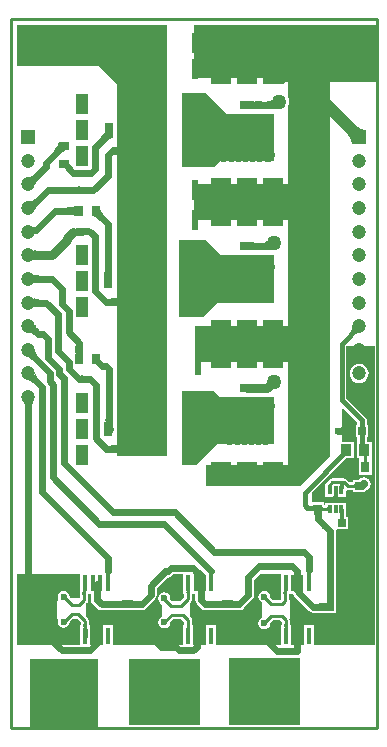
<source format=gtl>
G04*
G04 #@! TF.GenerationSoftware,Altium Limited,Altium Designer,22.10.1 (41)*
G04*
G04 Layer_Physical_Order=1*
G04 Layer_Color=255*
%FSLAX25Y25*%
%MOIN*%
G70*
G04*
G04 #@! TF.SameCoordinates,59214271-F8BB-42CD-AB19-65BC4A0A980D*
G04*
G04*
G04 #@! TF.FilePolarity,Positive*
G04*
G01*
G75*
%ADD10C,0.00984*%
%ADD13C,0.01000*%
%ADD14R,0.02559X0.02520*%
%ADD15R,0.03347X0.03937*%
%ADD16R,0.01772X0.05709*%
%ADD17R,0.02756X0.03543*%
%ADD18R,0.05158X0.02165*%
%ADD19R,0.01181X0.02756*%
G04:AMPARAMS|DCode=20|XSize=11.81mil|YSize=23.62mil|CornerRadius=4.13mil|HoleSize=0mil|Usage=FLASHONLY|Rotation=180.000|XOffset=0mil|YOffset=0mil|HoleType=Round|Shape=RoundedRectangle|*
%AMROUNDEDRECTD20*
21,1,0.01181,0.01535,0,0,180.0*
21,1,0.00354,0.02362,0,0,180.0*
1,1,0.00827,-0.00177,0.00768*
1,1,0.00827,0.00177,0.00768*
1,1,0.00827,0.00177,-0.00768*
1,1,0.00827,-0.00177,-0.00768*
%
%ADD20ROUNDEDRECTD20*%
%ADD21O,0.01181X0.02362*%
%ADD22R,0.06693X0.04331*%
%ADD23R,0.05118X0.02756*%
%ADD24R,0.03347X0.04331*%
%ADD25R,0.04331X0.06693*%
%ADD26R,0.02756X0.05118*%
%ADD27R,0.04331X0.03347*%
%ADD28R,0.02441X0.07165*%
%ADD29R,0.02520X0.02559*%
%ADD30R,0.03543X0.02756*%
%ADD53C,0.02362*%
%ADD54C,0.00591*%
%ADD55C,0.03937*%
%ADD56C,0.01500*%
%ADD57C,0.03150*%
%ADD58C,0.04724*%
%ADD59R,0.04724X0.04724*%
%ADD60C,0.02362*%
%ADD61C,0.02800*%
%ADD62C,0.05000*%
G36*
X94519Y206350D02*
X94427Y206378D01*
X94292Y206403D01*
X94115Y206425D01*
X93325Y206473D01*
X91674Y206496D01*
X91480Y208858D01*
X91746Y208865D01*
X91990Y208887D01*
X92212Y208922D01*
X92412Y208972D01*
X92589Y209035D01*
X92744Y209114D01*
X92877Y209206D01*
X92988Y209312D01*
X93076Y209433D01*
X93142Y209567D01*
X94519Y206350D01*
D02*
G37*
G36*
X87216Y209008D02*
X87287Y208977D01*
X87405Y208949D01*
X87571Y208925D01*
X88043Y208888D01*
X89555Y208858D01*
Y206496D01*
X89106Y206494D01*
X87287Y206378D01*
X87216Y206346D01*
X87193Y206311D01*
Y209043D01*
X87216Y209008D01*
D02*
G37*
G36*
X39949Y196567D02*
X39730Y196550D01*
X39500Y196500D01*
X39257Y196417D01*
X39002Y196300D01*
X38735Y196150D01*
X38456Y195966D01*
X38164Y195749D01*
X37545Y195214D01*
X37217Y194897D01*
X35546Y196567D01*
X36000Y197037D01*
X36717Y197887D01*
X36980Y198266D01*
X37180Y198616D01*
X37317Y198934D01*
X37390Y199223D01*
X37400Y199482D01*
X37346Y199710D01*
X37229Y199908D01*
X39949Y196567D01*
D02*
G37*
G36*
X120245Y201455D02*
X121289Y200565D01*
X121785Y200203D01*
X122264Y199897D01*
X122725Y199646D01*
X123170Y199451D01*
X123596Y199312D01*
X124005Y199228D01*
X124397Y199201D01*
X119697Y194500D01*
X119669Y194892D01*
X119586Y195301D01*
X119447Y195728D01*
X119252Y196172D01*
X119001Y196634D01*
X118695Y197112D01*
X118333Y197608D01*
X117915Y198122D01*
X116913Y199201D01*
X119697Y201985D01*
X120245Y201455D01*
D02*
G37*
G36*
X25203Y192532D02*
X25004Y192650D01*
X24775Y192705D01*
X24517Y192697D01*
X24227Y192625D01*
X23909Y192490D01*
X23559Y192291D01*
X23180Y192029D01*
X22771Y191703D01*
X22332Y191314D01*
X21862Y190861D01*
X20192Y192532D01*
X20509Y192860D01*
X21044Y193479D01*
X21261Y193771D01*
X21445Y194050D01*
X21595Y194317D01*
X21712Y194572D01*
X21796Y194815D01*
X21846Y195045D01*
X21862Y195264D01*
X25203Y192532D01*
D02*
G37*
G36*
X77756Y204724D02*
X93504D01*
Y188976D01*
X75787D01*
X73819Y187008D01*
X62992D01*
Y211614D01*
X70866D01*
X77756Y204724D01*
D02*
G37*
G36*
X15095Y182716D02*
X14919Y182533D01*
X14622Y182183D01*
X14502Y182016D01*
X14400Y181854D01*
X14317Y181698D01*
X14253Y181547D01*
X14208Y181401D01*
X14181Y181261D01*
X14173Y181126D01*
X11835Y183465D01*
X11970Y183473D01*
X12110Y183499D01*
X12256Y183545D01*
X12407Y183609D01*
X12563Y183692D01*
X12725Y183793D01*
X12892Y183913D01*
X13064Y184052D01*
X13425Y184386D01*
X15095Y182716D01*
D02*
G37*
G36*
X31398Y177953D02*
X28543D01*
Y180315D01*
X31398D01*
Y177953D01*
D02*
G37*
G36*
X15175Y174283D02*
X14995Y174099D01*
X14557Y173594D01*
X14444Y173442D01*
X14270Y173161D01*
X14208Y173032D01*
X14162Y172912D01*
X14134Y172800D01*
X12286Y175542D01*
X12423Y175525D01*
X12565Y175530D01*
X12712Y175556D01*
X12864Y175603D01*
X13021Y175672D01*
X13184Y175762D01*
X13352Y175873D01*
X13525Y176005D01*
X13703Y176160D01*
X13886Y176335D01*
X15175Y174283D01*
D02*
G37*
G36*
X27177Y170484D02*
X27154Y170594D01*
X27083Y170693D01*
X26965Y170780D01*
X26799Y170855D01*
X26587Y170918D01*
X26327Y170970D01*
X26020Y171011D01*
X25264Y171057D01*
X24815Y171063D01*
Y173425D01*
X25264Y173431D01*
X26327Y173518D01*
X26587Y173570D01*
X26799Y173634D01*
X26965Y173709D01*
X27083Y173795D01*
X27154Y173894D01*
X27177Y174004D01*
Y170484D01*
D02*
G37*
G36*
X35696Y173626D02*
X35641Y173397D01*
X35649Y173138D01*
X35721Y172850D01*
X35857Y172530D01*
X36055Y172181D01*
X36318Y171802D01*
X36643Y171393D01*
X37032Y170954D01*
X37485Y170484D01*
X35815Y168814D01*
X35487Y169132D01*
X34867Y169666D01*
X34576Y169883D01*
X34297Y170067D01*
X34029Y170217D01*
X33775Y170334D01*
X33532Y170418D01*
X33301Y170468D01*
X33083Y170484D01*
X35815Y173825D01*
X35696Y173626D01*
D02*
G37*
G36*
X27568Y166593D02*
X27644Y166581D01*
X27758Y166570D01*
X28596Y166542D01*
X29626Y166535D01*
X32480D01*
Y164173D01*
X29626D01*
X27530Y164103D01*
Y166606D01*
X27568Y166593D01*
D02*
G37*
G36*
X92550Y159106D02*
X92469Y159134D01*
X92366Y159159D01*
X92241Y159181D01*
X91925Y159216D01*
X91522Y159239D01*
X90754Y159252D01*
X89555Y161532D01*
Y159252D01*
X89106Y159250D01*
X87287Y159134D01*
X87216Y159102D01*
X87193Y159067D01*
Y161799D01*
X87216Y161764D01*
X87287Y161732D01*
X87405Y161705D01*
X87571Y161681D01*
X88043Y161644D01*
X89530Y161615D01*
X89778Y161621D01*
X90022Y161643D01*
X90244Y161678D01*
X90443Y161728D01*
X90620Y161791D01*
X90776Y161869D01*
X90908Y161961D01*
X91019Y162068D01*
X91108Y162188D01*
X91174Y162323D01*
X92550Y159106D01*
D02*
G37*
G36*
X13527Y159119D02*
X13582Y159106D01*
X13665Y159094D01*
X13909Y159075D01*
X14720Y159056D01*
X14989Y159055D01*
Y155905D01*
X13498Y155827D01*
Y159134D01*
X13527Y159119D01*
D02*
G37*
G36*
X39569Y153279D02*
X39685Y151460D01*
X39717Y151390D01*
X39752Y151366D01*
X37020D01*
X37055Y151390D01*
X37086Y151460D01*
X37114Y151578D01*
X37138Y151744D01*
X37175Y152216D01*
X37205Y153728D01*
X39567D01*
X39569Y153279D01*
D02*
G37*
G36*
X13599Y151170D02*
X13717Y151090D01*
X13852Y151019D01*
X14004Y150958D01*
X14174Y150906D01*
X14360Y150863D01*
X14563Y150830D01*
X14783Y150806D01*
X15274Y150787D01*
Y148425D01*
X15020Y148421D01*
X14563Y148383D01*
X14360Y148350D01*
X14174Y148307D01*
X14004Y148255D01*
X13852Y148194D01*
X13717Y148123D01*
X13599Y148043D01*
X13498Y147953D01*
Y151260D01*
X13599Y151170D01*
D02*
G37*
G36*
Y143296D02*
X13717Y143216D01*
X13852Y143145D01*
X14004Y143084D01*
X14174Y143032D01*
X14360Y142989D01*
X14563Y142956D01*
X14783Y142932D01*
X15274Y142913D01*
Y140551D01*
X15020Y140547D01*
X14563Y140509D01*
X14360Y140476D01*
X14174Y140433D01*
X14004Y140381D01*
X13852Y140320D01*
X13717Y140249D01*
X13599Y140168D01*
X13498Y140079D01*
Y143386D01*
X13599Y143296D01*
D02*
G37*
G36*
X75787Y157480D02*
X93504D01*
Y141732D01*
X74803D01*
X69882Y136811D01*
X62008D01*
Y162402D01*
X70866D01*
X75787Y157480D01*
D02*
G37*
G36*
X14162Y134175D02*
X14208Y134054D01*
X14270Y133926D01*
X14349Y133790D01*
X14444Y133645D01*
X14686Y133333D01*
X14832Y133164D01*
X15175Y132804D01*
X13886Y130752D01*
X13703Y130927D01*
X13352Y131214D01*
X13184Y131325D01*
X13021Y131415D01*
X12864Y131484D01*
X12712Y131531D01*
X12565Y131557D01*
X12423Y131561D01*
X12286Y131544D01*
X14134Y134287D01*
X14162Y134175D01*
D02*
G37*
G36*
X122024Y131496D02*
X121776Y131491D01*
X121537Y131470D01*
X121309Y131434D01*
X121091Y131381D01*
X120883Y131314D01*
X120685Y131231D01*
X120496Y131132D01*
X120318Y131017D01*
X120150Y130887D01*
X119992Y130742D01*
X118931Y131802D01*
X119076Y131961D01*
X119206Y132129D01*
X119321Y132308D01*
X119420Y132496D01*
X119503Y132694D01*
X119571Y132902D01*
X119623Y133120D01*
X119659Y133349D01*
X119680Y133587D01*
X119685Y133835D01*
X122024Y131496D01*
D02*
G37*
G36*
X29726Y126705D02*
X29843Y124886D01*
X29874Y124815D01*
X29909Y124791D01*
X27177D01*
X27213Y124815D01*
X27244Y124886D01*
X27272Y125004D01*
X27296Y125169D01*
X27333Y125642D01*
X27362Y127153D01*
X29724D01*
X29726Y126705D01*
D02*
G37*
G36*
X14129Y125458D02*
X14138Y125315D01*
X14167Y125167D01*
X14218Y125014D01*
X14289Y124857D01*
X14381Y124694D01*
X14494Y124526D01*
X14627Y124353D01*
X14782Y124174D01*
X14957Y123991D01*
X12982Y122626D01*
X12798Y122805D01*
X12290Y123239D01*
X12135Y123349D01*
X11987Y123443D01*
X11847Y123520D01*
X11714Y123579D01*
X11588Y123622D01*
X11469Y123647D01*
X14141Y125595D01*
X14129Y125458D01*
D02*
G37*
G36*
X32480Y114961D02*
X29626D01*
Y117323D01*
X32480D01*
Y114961D01*
D02*
G37*
G36*
X14181Y117952D02*
X14208Y117811D01*
X14253Y117666D01*
X14317Y117515D01*
X14400Y117358D01*
X14502Y117197D01*
X14622Y117030D01*
X14761Y116857D01*
X15095Y116497D01*
X13425Y114826D01*
X13242Y115003D01*
X12892Y115299D01*
X12725Y115419D01*
X12563Y115521D01*
X12407Y115604D01*
X12256Y115668D01*
X12110Y115713D01*
X11970Y115740D01*
X11835Y115748D01*
X14173Y118087D01*
X14181Y117952D01*
D02*
G37*
G36*
X13375Y108448D02*
X13295Y108330D01*
X13224Y108195D01*
X13162Y108043D01*
X13110Y107874D01*
X13068Y107688D01*
X13035Y107484D01*
X13011Y107264D01*
X12992Y106773D01*
X10630D01*
X10625Y107027D01*
X10587Y107484D01*
X10554Y107688D01*
X10512Y107874D01*
X10460Y108043D01*
X10398Y108195D01*
X10328Y108330D01*
X10247Y108448D01*
X10158Y108549D01*
X13465D01*
X13375Y108448D01*
D02*
G37*
G36*
X39752Y102252D02*
X37020D01*
X37133Y102275D01*
X37234Y102346D01*
X37323Y102464D01*
X37400Y102630D01*
X37466Y102842D01*
X37519Y103102D01*
X37561Y103409D01*
X37608Y104165D01*
X37614Y104614D01*
X39976D01*
X39752Y102252D01*
D02*
G37*
G36*
X58071Y90551D02*
X41339D01*
Y91566D01*
X41154Y91612D01*
X40894Y91655D01*
X40587Y91689D01*
X39831Y91728D01*
X39382Y91732D01*
Y94095D01*
X39831Y94099D01*
X40894Y94171D01*
X41154Y94214D01*
X41339Y94260D01*
Y140681D01*
X41154Y140726D01*
X40894Y140770D01*
X40587Y140803D01*
X39831Y140842D01*
X39382Y140847D01*
Y143209D01*
X39831Y143213D01*
X40894Y143286D01*
X41154Y143329D01*
X41339Y143375D01*
Y191024D01*
X41091Y191065D01*
X40784Y191098D01*
X40028Y191137D01*
X39579Y191142D01*
Y193504D01*
X40028Y193509D01*
X41091Y193581D01*
X41339Y193622D01*
Y214567D01*
X35433Y220472D01*
X7874D01*
Y234252D01*
X58071D01*
Y90551D01*
D02*
G37*
G36*
X125005Y90664D02*
X124921Y90634D01*
X124847Y90584D01*
X124784Y90514D01*
X124729Y90425D01*
X124685Y90315D01*
X124651Y90185D01*
X124626Y90036D01*
X124611Y89867D01*
X124606Y89677D01*
X123622D01*
X123617Y89867D01*
X123602Y90036D01*
X123578Y90185D01*
X123543Y90315D01*
X123499Y90425D01*
X123445Y90514D01*
X123381Y90584D01*
X123307Y90634D01*
X123223Y90664D01*
X123130Y90674D01*
X125098D01*
X125005Y90664D01*
D02*
G37*
G36*
X124611Y89366D02*
X124626Y89196D01*
X124651Y89047D01*
X124685Y88917D01*
X124729Y88808D01*
X124784Y88718D01*
X124847Y88648D01*
X124921Y88599D01*
X125005Y88569D01*
X125098Y88559D01*
X123130D01*
X123223Y88569D01*
X123307Y88599D01*
X123381Y88648D01*
X123445Y88718D01*
X123499Y88808D01*
X123543Y88917D01*
X123578Y89047D01*
X123602Y89196D01*
X123617Y89366D01*
X123622Y89555D01*
X124606D01*
X124611Y89366D01*
D02*
G37*
G36*
X75787Y110236D02*
X93504D01*
Y94488D01*
X74803D01*
X67913Y87598D01*
X62992D01*
Y112205D01*
X73819D01*
X75787Y110236D01*
D02*
G37*
G36*
X127165Y27559D02*
X106890D01*
Y34252D01*
X103543D01*
Y27559D01*
X99213D01*
Y33435D01*
X99216Y33453D01*
X99213Y33470D01*
Y34252D01*
X98844D01*
Y35925D01*
X98812Y36087D01*
X98888Y36138D01*
X99062Y36399D01*
X99123Y36706D01*
Y41858D01*
X99062Y42165D01*
X98888Y42426D01*
X98647Y42586D01*
Y44488D01*
X99918D01*
X100359Y44047D01*
X100648Y43615D01*
X105327Y38935D01*
X105978Y38500D01*
X106746Y38347D01*
X110158D01*
Y38287D01*
X110940D01*
X110957Y38284D01*
X110974Y38287D01*
X114252D01*
Y42421D01*
X114212D01*
Y65650D01*
X114190Y65760D01*
X114600Y66260D01*
X118307D01*
Y70354D01*
X117889D01*
X117520Y70669D01*
Y71451D01*
X117523Y71469D01*
X117520Y71486D01*
Y75000D01*
X110827D01*
Y74139D01*
X110315D01*
Y75098D01*
X107037D01*
X107020Y75102D01*
X107003Y75098D01*
X106299D01*
Y78590D01*
X117571Y89862D01*
X120276D01*
Y95374D01*
X116240D01*
Y97757D01*
X115858Y97756D01*
Y100118D01*
X116240Y100119D01*
Y106382D01*
X116702Y106573D01*
X121399Y101876D01*
Y101063D01*
X120965D01*
Y96969D01*
X121464D01*
Y95374D01*
X121260D01*
Y89862D01*
X121930D01*
X121949Y89370D01*
X121949D01*
Y84252D01*
X126279D01*
Y89370D01*
X126200D01*
X126181Y89862D01*
X126181D01*
Y95374D01*
X124599D01*
Y96969D01*
X125098D01*
Y101063D01*
X124534D01*
Y102526D01*
X124415Y103126D01*
X124075Y103634D01*
X117808Y109901D01*
Y127165D01*
X127165D01*
Y27559D01*
D02*
G37*
G36*
X127953Y233858D02*
Y215354D01*
X112205D01*
Y90551D01*
X102362Y80709D01*
X70866Y80709D01*
X70866Y87598D01*
X98425Y87598D01*
X98425Y122047D01*
X67323D01*
Y133465D01*
X67421Y133858D01*
X98425D01*
X98425Y169291D01*
X66929D01*
Y181102D01*
X98425D01*
X98425Y207200D01*
X98675Y207803D01*
X98788Y208661D01*
X98675Y209520D01*
X98425Y210123D01*
Y215331D01*
X97799Y215267D01*
X97492Y215199D01*
X97232Y215111D01*
X97019Y215004D01*
X96854Y214878D01*
X96736Y214732D01*
X96665Y214567D01*
X96641Y214382D01*
Y216535D01*
X66929D01*
X66929Y234252D01*
X127559D01*
X127953Y233858D01*
D02*
G37*
G36*
X111626Y71850D02*
X111616Y71944D01*
X111587Y72028D01*
X111538Y72101D01*
X111469Y72165D01*
X111380Y72220D01*
X111272Y72264D01*
X111144Y72298D01*
X110996Y72323D01*
X110829Y72338D01*
X110642Y72342D01*
Y73327D01*
X110829Y73332D01*
X110996Y73347D01*
X111144Y73371D01*
X111272Y73405D01*
X111380Y73450D01*
X111469Y73504D01*
X111538Y73568D01*
X111587Y73642D01*
X111616Y73725D01*
X111626Y73819D01*
Y71850D01*
D02*
G37*
G36*
X109525Y73725D02*
X109555Y73642D01*
X109604Y73568D01*
X109673Y73504D01*
X109762Y73450D01*
X109870Y73405D01*
X109998Y73371D01*
X110145Y73347D01*
X110313Y73332D01*
X110500Y73327D01*
Y72342D01*
X110313Y72338D01*
X110145Y72323D01*
X109998Y72298D01*
X109870Y72264D01*
X109762Y72220D01*
X109673Y72165D01*
X109604Y72101D01*
X109555Y72027D01*
X109525Y71944D01*
X109516Y71850D01*
Y73819D01*
X109525Y73725D01*
D02*
G37*
G36*
X116713Y71459D02*
X116707Y71429D01*
X116701Y71380D01*
X116692Y71223D01*
X116683Y70521D01*
X116688Y70352D01*
X116703Y70185D01*
X116727Y70037D01*
X116762Y69909D01*
X116806Y69801D01*
X116860Y69712D01*
X116924Y69643D01*
X116998Y69594D01*
X117082Y69565D01*
X117175Y69555D01*
X115207D01*
X115300Y69565D01*
X115384Y69594D01*
X115458Y69643D01*
X115522Y69712D01*
X115576Y69801D01*
X115620Y69909D01*
X115655Y70037D01*
X115679Y70185D01*
X115694Y70352D01*
X115699Y70527D01*
X115698Y70671D01*
X115650Y71311D01*
X115632Y71380D01*
X115612Y71429D01*
X115589Y71459D01*
X115563Y71469D01*
X116720D01*
X116713Y71459D01*
D02*
G37*
G36*
X107020Y71764D02*
X109516D01*
X109528Y69508D01*
X107165D01*
X107164Y69937D01*
X107047Y71741D01*
X107020Y71764D01*
X107005Y71893D01*
X106960Y72009D01*
X106885Y72111D01*
X106780Y72200D01*
X106645Y72275D01*
X106480Y72336D01*
X106285Y72384D01*
X106060Y72418D01*
X105805Y72438D01*
X105520Y72445D01*
Y73945D01*
X105805Y73948D01*
X106480Y74001D01*
X106645Y74033D01*
X106780Y74072D01*
X106885Y74118D01*
X106960Y74172D01*
X107005Y74232D01*
X107020Y74299D01*
Y71764D01*
D02*
G37*
G36*
X105712Y51770D02*
X105717Y51724D01*
X106052D01*
X105987Y51636D01*
X105929Y51510D01*
X105877Y51346D01*
X105835Y51154D01*
X105846Y51130D01*
X105896Y51061D01*
X105953Y51012D01*
X106018Y50982D01*
X106090Y50972D01*
X105806D01*
X105795Y50902D01*
X105740Y50305D01*
X105712Y49556D01*
X105709Y49123D01*
X104724D01*
X104721Y49556D01*
X104639Y50902D01*
X104628Y50972D01*
X104343D01*
X104415Y50982D01*
X104480Y51012D01*
X104537Y51061D01*
X104587Y51130D01*
X104598Y51154D01*
X104556Y51346D01*
X104505Y51510D01*
X104446Y51636D01*
X104381Y51724D01*
X104718D01*
X104721Y51770D01*
X104724Y51956D01*
X105709D01*
X105712Y51770D01*
D02*
G37*
G36*
X38783D02*
X38807Y51528D01*
X39123D01*
X39058Y51440D01*
X38999Y51313D01*
X38948Y51149D01*
X38937Y51101D01*
X38967Y51061D01*
X39024Y51012D01*
X39089Y50982D01*
X39161Y50972D01*
X38909D01*
X38903Y50946D01*
X38865Y50705D01*
X38810Y50108D01*
X38783Y49359D01*
X38780Y48926D01*
X37795D01*
X37792Y49359D01*
X37709Y50705D01*
X37672Y50946D01*
X37666Y50972D01*
X37414D01*
X37486Y50982D01*
X37551Y51012D01*
X37608Y51061D01*
X37637Y51101D01*
X37627Y51149D01*
X37575Y51313D01*
X37517Y51440D01*
X37452Y51528D01*
X37770D01*
X37780Y51602D01*
X37791Y51770D01*
X37795Y51956D01*
X38780D01*
X38783Y51770D01*
D02*
G37*
G36*
X73232Y51770D02*
X73263Y51455D01*
X73289Y51331D01*
X73572D01*
X73507Y51243D01*
X73448Y51117D01*
X73427Y51050D01*
X73473Y51012D01*
X73537Y50982D01*
X73610Y50972D01*
X73403D01*
X73397Y50952D01*
X73352Y50749D01*
X73314Y50508D01*
X73259Y49912D01*
X73232Y49162D01*
X73228Y48730D01*
X72244D01*
X72241Y49162D01*
X72158Y50508D01*
X72120Y50749D01*
X72076Y50952D01*
X72069Y50972D01*
X71862D01*
X71935Y50982D01*
X72000Y51012D01*
X72045Y51050D01*
X72024Y51117D01*
X71966Y51243D01*
X71900Y51331D01*
X72184D01*
X72210Y51455D01*
X72229Y51602D01*
X72240Y51770D01*
X72244Y51956D01*
X73228D01*
X73232Y51770D01*
D02*
G37*
G36*
X68874Y52683D02*
X70621Y51162D01*
X70797Y51057D01*
X70940Y50993D01*
X71051Y50972D01*
X69315Y47238D01*
X69385Y47483D01*
X69383Y47767D01*
X69310Y48089D01*
X69165Y48450D01*
X68949Y48848D01*
X68662Y49285D01*
X68303Y49760D01*
X67371Y50824D01*
X66798Y51414D01*
X68468Y53084D01*
X68874Y52683D01*
D02*
G37*
G36*
X98233Y45289D02*
X98150Y45259D01*
X98076Y45208D01*
X98012Y45138D01*
X97958Y45049D01*
X97913Y44939D01*
X97879Y44810D01*
X97854Y44661D01*
X97840Y44492D01*
X97835Y44303D01*
X96850D01*
X96849Y44490D01*
X96821Y44933D01*
X96804Y45041D01*
X96784Y45130D01*
X96760Y45199D01*
X96732Y45248D01*
X96701Y45278D01*
X96666Y45288D01*
X98327Y45300D01*
X98233Y45289D01*
D02*
G37*
G36*
X31206Y45289D02*
X31122Y45259D01*
X31048Y45208D01*
X30984Y45138D01*
X30930Y45049D01*
X30886Y44939D01*
X30851Y44810D01*
X30827Y44661D01*
X30812Y44492D01*
X30807Y44303D01*
X29823D01*
X29822Y44490D01*
X29781Y45199D01*
X29768Y45248D01*
X29753Y45278D01*
X29736Y45288D01*
X31299Y45300D01*
X31206Y45289D01*
D02*
G37*
G36*
X65860Y45278D02*
X65795Y45248D01*
X65738Y45199D01*
X65689Y45130D01*
X65647Y45041D01*
X65612Y44933D01*
X65586Y44805D01*
X65566Y44658D01*
X65555Y44490D01*
X65551Y44303D01*
X64567D01*
X64563Y44490D01*
X64533Y44805D01*
X64506Y44933D01*
X64472Y45041D01*
X64429Y45130D01*
X64380Y45199D01*
X64323Y45248D01*
X64258Y45278D01*
X64185Y45288D01*
X65933D01*
X65860Y45278D01*
D02*
G37*
G36*
X28937Y45299D02*
X28934Y45281D01*
X28937Y45265D01*
Y44488D01*
X29010D01*
Y43323D01*
X25963D01*
X25531Y43602D01*
X25378Y44370D01*
X24943Y45022D01*
X24292Y45457D01*
X23524Y45609D01*
X22756Y45457D01*
X22104Y45022D01*
X21669Y44370D01*
X21517Y43602D01*
X21663Y42869D01*
X21505Y42632D01*
X21443Y42325D01*
Y36612D01*
X21443Y36612D01*
X21505Y36305D01*
X21663Y36068D01*
X21517Y35335D01*
X21669Y34567D01*
X22104Y33915D01*
X22756Y33480D01*
X23524Y33328D01*
X24292Y33480D01*
X24943Y33915D01*
X25378Y34567D01*
X25531Y35335D01*
X25504Y35470D01*
X26239Y36205D01*
X28190D01*
X29306Y35090D01*
Y34252D01*
X28937D01*
Y33470D01*
X28934Y33453D01*
X28937Y33435D01*
Y27559D01*
X7874D01*
Y51181D01*
X28937D01*
Y45299D01*
D02*
G37*
G36*
X95866Y45300D02*
X95863Y45282D01*
X95866Y45265D01*
Y44488D01*
X96038D01*
Y42863D01*
X95774Y42599D01*
X93301D01*
X92433Y43467D01*
X92460Y43602D01*
X92307Y44370D01*
X91872Y45022D01*
X91221Y45457D01*
X90453Y45609D01*
X89685Y45457D01*
X89034Y45022D01*
X88599Y44370D01*
X88446Y43602D01*
X88599Y42834D01*
X89034Y42183D01*
X89649Y41772D01*
X89552Y36575D01*
X88935Y36163D01*
X88500Y35512D01*
X88347Y34744D01*
X88500Y33976D01*
X88935Y33325D01*
X89586Y32890D01*
X90354Y32737D01*
X91122Y32890D01*
X91773Y33325D01*
X92209Y33976D01*
X92361Y34744D01*
X92335Y34879D01*
X93257Y35802D01*
X95818D01*
X96235Y35385D01*
Y34252D01*
X95866D01*
Y33470D01*
X95863Y33453D01*
X95866Y33435D01*
Y27559D01*
X74409D01*
Y34252D01*
X71063D01*
Y27559D01*
X66732D01*
Y33435D01*
X66736Y33453D01*
X66732Y33470D01*
Y34252D01*
X66364D01*
Y35827D01*
X66264Y36326D01*
X65982Y36749D01*
X65676Y37055D01*
X65702Y37094D01*
X65763Y37402D01*
Y41339D01*
X65702Y41646D01*
X65676Y41685D01*
X65982Y41991D01*
X66264Y42414D01*
X66364Y42913D01*
Y44488D01*
X67383D01*
Y42526D01*
X67536Y41757D01*
X67971Y41106D01*
X69354Y39722D01*
X70005Y39287D01*
X70774Y39135D01*
X76693D01*
Y39075D01*
X77475D01*
X77492Y39071D01*
X77510Y39075D01*
X80787D01*
Y39233D01*
X82087D01*
X82855Y39386D01*
X83506Y39821D01*
X86459Y42774D01*
X86894Y43425D01*
X86919Y43552D01*
X87046Y44193D01*
Y49267D01*
X88960Y51181D01*
X95866D01*
Y45300D01*
D02*
G37*
G36*
X63386Y45305D02*
X63382Y45288D01*
X63386Y45270D01*
Y44488D01*
X63754D01*
Y43454D01*
X62442Y42141D01*
X59527D01*
X59005Y42664D01*
X59094Y43110D01*
X58941Y43878D01*
X58506Y44530D01*
X57855Y44965D01*
X57087Y45117D01*
X56318Y44965D01*
X55667Y44530D01*
X55232Y43878D01*
X55080Y43110D01*
X55232Y42342D01*
X55667Y41691D01*
X56133Y41380D01*
X56125Y41336D01*
X56186Y41028D01*
X56284Y40881D01*
Y37402D01*
X56345Y37094D01*
X56355Y37080D01*
X56318Y36992D01*
X55667Y36557D01*
X55232Y35906D01*
X55080Y35138D01*
X55232Y34370D01*
X55667Y33719D01*
X56318Y33283D01*
X57087Y33131D01*
X57855Y33283D01*
X58506Y33719D01*
X58941Y34370D01*
X59094Y35138D01*
X59067Y35273D01*
X60088Y36294D01*
X62747D01*
X63754Y35286D01*
Y34252D01*
X63386D01*
Y33470D01*
X63382Y33453D01*
X63386Y33435D01*
Y27559D01*
X39961D01*
Y34252D01*
X36614D01*
Y27559D01*
X32283D01*
Y33435D01*
X32287Y33453D01*
X32283Y33470D01*
Y34252D01*
X31915D01*
Y35630D01*
X31815Y36129D01*
X31533Y36552D01*
X31111Y36974D01*
X31118Y37008D01*
Y41478D01*
X31238Y41597D01*
X31520Y42020D01*
X31620Y42520D01*
Y44488D01*
X32639D01*
Y42717D01*
X32791Y41949D01*
X33226Y41297D01*
X34801Y39722D01*
X35452Y39287D01*
X36220Y39135D01*
X43228D01*
Y39075D01*
X44010D01*
X44028Y39071D01*
X44045Y39075D01*
X47323D01*
Y39233D01*
X49606D01*
X50374Y39386D01*
X51025Y39821D01*
X53978Y42774D01*
X54413Y43425D01*
X54566Y44193D01*
Y46511D01*
X58115Y50060D01*
X58169D01*
X58937Y50213D01*
X59588Y50648D01*
X60083Y51143D01*
X63386D01*
Y45305D01*
D02*
G37*
G36*
X77492Y39874D02*
X77469Y39891D01*
X77398Y39905D01*
X77280Y39918D01*
X76902Y39939D01*
X75130Y39961D01*
Y42323D01*
X77492Y42409D01*
Y39874D01*
D02*
G37*
G36*
X44028D02*
X44004Y39891D01*
X43933Y39905D01*
X43815Y39918D01*
X43437Y39939D01*
X41666Y39961D01*
Y42323D01*
X44028Y42409D01*
Y39874D01*
D02*
G37*
G36*
X110957Y39087D02*
X110933Y39103D01*
X110862Y39118D01*
X110744Y39131D01*
X110366Y39152D01*
X108595Y39173D01*
Y41535D01*
X110957Y41622D01*
Y39087D01*
D02*
G37*
G36*
X98035Y34250D02*
X98066Y33935D01*
X98093Y33807D01*
X98127Y33699D01*
X98169Y33610D01*
X98219Y33541D01*
X98276Y33492D01*
X98341Y33462D01*
X98413Y33453D01*
X96666D01*
X96738Y33462D01*
X96803Y33492D01*
X96860Y33541D01*
X96910Y33610D01*
X96952Y33699D01*
X96986Y33807D01*
X97013Y33935D01*
X97032Y34082D01*
X97043Y34250D01*
X97047Y34437D01*
X98032D01*
X98035Y34250D01*
D02*
G37*
G36*
X31106D02*
X31137Y33935D01*
X31163Y33807D01*
X31198Y33699D01*
X31240Y33610D01*
X31289Y33541D01*
X31347Y33492D01*
X31411Y33462D01*
X31484Y33453D01*
X29736D01*
X29809Y33462D01*
X29874Y33492D01*
X29931Y33541D01*
X29981Y33610D01*
X30023Y33699D01*
X30057Y33807D01*
X30084Y33935D01*
X30103Y34082D01*
X30114Y34250D01*
X30118Y34437D01*
X31102D01*
X31106Y34250D01*
D02*
G37*
G36*
X65555Y34250D02*
X65586Y33935D01*
X65612Y33807D01*
X65647Y33699D01*
X65689Y33610D01*
X65738Y33541D01*
X65795Y33492D01*
X65860Y33462D01*
X65933Y33453D01*
X64185D01*
X64258Y33462D01*
X64323Y33492D01*
X64380Y33541D01*
X64429Y33610D01*
X64472Y33699D01*
X64506Y33807D01*
X64533Y33935D01*
X64552Y34082D01*
X64563Y34250D01*
X64567Y34437D01*
X65551D01*
X65555Y34250D01*
D02*
G37*
G36*
X31141Y31140D02*
X30080D01*
X30087Y31163D01*
X30094Y31214D01*
X30099Y31295D01*
X30118Y32391D01*
X30118Y32676D01*
X31102D01*
X31141Y31140D01*
D02*
G37*
G36*
X102362Y787D02*
X78740D01*
Y23228D01*
X102362D01*
Y787D01*
D02*
G37*
G36*
X68898D02*
X45276D01*
Y22835D01*
X68898D01*
Y787D01*
D02*
G37*
G36*
X35039Y394D02*
X12205D01*
Y22835D01*
X35039D01*
Y394D01*
D02*
G37*
%LPC*%
G36*
X122047Y121287D02*
X121225Y121179D01*
X120459Y120861D01*
X119801Y120357D01*
X119296Y119699D01*
X118979Y118932D01*
X118870Y118110D01*
X118979Y117288D01*
X119296Y116522D01*
X119801Y115864D01*
X120459Y115359D01*
X121225Y115042D01*
X122047Y114933D01*
X122870Y115042D01*
X123636Y115359D01*
X124294Y115864D01*
X124798Y116522D01*
X125116Y117288D01*
X125224Y118110D01*
X125116Y118932D01*
X124798Y119699D01*
X124294Y120357D01*
X123636Y120861D01*
X122870Y121179D01*
X122047Y121287D01*
D02*
G37*
G36*
X123622Y83431D02*
X122769Y83261D01*
X122045Y82778D01*
X121912Y82579D01*
X120000D01*
Y81816D01*
X118745D01*
X117831Y82730D01*
X117831Y82730D01*
X117408Y83012D01*
X116909Y83112D01*
X113046D01*
X112547Y83012D01*
X112124Y82730D01*
X111381Y81987D01*
X111098Y81563D01*
X111045Y81299D01*
X110827D01*
Y76968D01*
X113583D01*
Y77043D01*
X113189D01*
X113283Y77053D01*
X113366Y77083D01*
X113440Y77133D01*
X113504Y77202D01*
X113558Y77292D01*
X113583Y77353D01*
Y79106D01*
X113608Y79232D01*
Y80502D01*
X114764D01*
Y77353D01*
X114788Y77292D01*
X114842Y77202D01*
X114907Y77133D01*
X114980Y77083D01*
X115064Y77053D01*
X115157Y77043D01*
X114764D01*
Y76968D01*
X117520D01*
Y78875D01*
X117563Y78943D01*
X118020Y79244D01*
X118204Y79207D01*
X120000D01*
Y78445D01*
X124094D01*
Y79032D01*
X124163Y79078D01*
X124476Y79140D01*
X125199Y79624D01*
X125682Y80347D01*
X125852Y81201D01*
X125682Y82054D01*
X125199Y82778D01*
X124476Y83261D01*
X123622Y83431D01*
D02*
G37*
%LPD*%
G36*
X112783Y80500D02*
X111739Y80488D01*
X111753Y80494D01*
X111765Y80511D01*
X111776Y80540D01*
X111785Y80580D01*
X111793Y80632D01*
X111804Y80770D01*
X111811Y81064D01*
X112795D01*
X112783Y80500D01*
D02*
G37*
G36*
X117605Y80415D02*
X117469Y80544D01*
X117341Y80653D01*
X117221Y80741D01*
X117108Y80809D01*
X117003Y80857D01*
X116905Y80884D01*
X116814Y80891D01*
X116731Y80878D01*
X116727Y80876D01*
X116720Y80500D01*
X115602Y80488D01*
X115629Y80495D01*
X115654Y80514D01*
X115676Y80547D01*
X115695Y80593D01*
X115711Y80651D01*
X115725Y80723D01*
X115735Y80807D01*
X115747Y81015D01*
X115748Y81138D01*
X116698D01*
X116909Y81807D01*
X117605Y80415D01*
D02*
G37*
G36*
X120811Y79527D02*
X120801Y79621D01*
X120772Y79705D01*
X120722Y79778D01*
X120652Y79843D01*
X120562Y79897D01*
X120453Y79941D01*
X120323Y79975D01*
X120174Y80000D01*
X120004Y80015D01*
X119815Y80020D01*
Y81004D01*
X120004Y81009D01*
X120174Y81024D01*
X120323Y81048D01*
X120453Y81083D01*
X120562Y81127D01*
X120652Y81181D01*
X120722Y81245D01*
X120772Y81319D01*
X120801Y81402D01*
X120811Y81496D01*
Y79527D01*
D02*
G37*
D10*
X105217Y48130D02*
Y52559D01*
X104380Y57825D02*
X104798Y57407D01*
X72736Y48130D02*
Y52165D01*
X38287Y48130D02*
Y52362D01*
X28740Y40945D02*
X30315Y42520D01*
X26181Y40945D02*
X28740D01*
X23524Y43602D02*
X26181Y40945D01*
Y37992D02*
X28248D01*
X23524Y35335D02*
X26181Y37992D01*
X28248D02*
X30610Y35630D01*
X123721Y92618D02*
X124114Y92224D01*
Y86811D02*
Y92224D01*
X114469Y84547D02*
X114732Y84811D01*
X116209D01*
X116929Y85532D01*
X117323D01*
X118209Y86417D01*
Y86811D01*
X116240Y81138D02*
X116909Y81807D01*
X116240Y80020D02*
Y81138D01*
X113046Y81807D02*
X116909D01*
X118204Y80512D01*
X122047D01*
X112205Y79134D02*
X112303Y79232D01*
Y81064D02*
X113046Y81807D01*
X112303Y79232D02*
Y81064D01*
X123162Y65815D02*
X123425Y65551D01*
X122295Y65815D02*
X123162D01*
X119803Y68307D02*
X122295Y65815D01*
X119783Y68307D02*
X119803D01*
X119783Y74685D02*
X122047Y76949D01*
Y76968D01*
X119783Y68307D02*
Y74685D01*
X114173Y75984D02*
Y79134D01*
X108268Y76575D02*
X108858Y75984D01*
X116191Y68356D02*
X116240Y68307D01*
X116191Y68356D02*
Y72785D01*
X116142Y72835D02*
X116191Y72785D01*
X30610Y30610D02*
Y35630D01*
X30315Y42520D02*
Y47835D01*
X30610Y48130D01*
X63287Y37598D02*
X65059Y35827D01*
X59547Y37598D02*
X63287D01*
X65059Y30610D02*
Y35827D01*
Y42913D02*
Y48130D01*
X62697Y40551D02*
X65059Y42913D01*
X59273Y40551D02*
X62697D01*
X57087Y42737D02*
X59273Y40551D01*
X57087Y42737D02*
Y43110D01*
Y35138D02*
X59547Y37598D01*
X97342Y42323D02*
Y47933D01*
X96260Y41240D02*
X97342Y42323D01*
X92815Y41240D02*
X96260D01*
X97342Y47933D02*
X97539Y48130D01*
X92716Y37106D02*
X96358D01*
X90354Y34744D02*
X92716Y37106D01*
X96358D02*
X97539Y35925D01*
Y30610D02*
Y35925D01*
X90453Y43602D02*
X92815Y41240D01*
X108465Y72835D02*
X112205D01*
D13*
X127953Y0D02*
Y236221D01*
X5906Y0D02*
X127953D01*
X5906D02*
Y236221D01*
X127953D01*
D14*
X119488Y99016D02*
D03*
X123031D02*
D03*
X119783Y68307D02*
D03*
X116240D02*
D03*
D15*
X117815Y92618D02*
D03*
X123721D02*
D03*
D16*
X30610Y48130D02*
D03*
Y30610D02*
D03*
X33169D02*
D03*
X35728D02*
D03*
X38287D02*
D03*
Y48130D02*
D03*
X35728D02*
D03*
X33169D02*
D03*
X65059Y30610D02*
D03*
X67618D02*
D03*
X70177D02*
D03*
X72736D02*
D03*
Y48130D02*
D03*
X70177D02*
D03*
X67618D02*
D03*
X65059D02*
D03*
X97539Y30610D02*
D03*
X100098D02*
D03*
X102657D02*
D03*
X105217D02*
D03*
Y48130D02*
D03*
X102657D02*
D03*
X100098D02*
D03*
X97539D02*
D03*
D17*
X118209Y86811D02*
D03*
X124114D02*
D03*
X34449Y123031D02*
D03*
X28543D02*
D03*
X34449Y172244D02*
D03*
X28543D02*
D03*
D18*
X114173Y75984D02*
D03*
D19*
X116142Y72835D02*
D03*
X114173D02*
D03*
X112205D02*
D03*
Y79134D02*
D03*
X114173D02*
D03*
X116142D02*
D03*
D20*
X28543Y179134D02*
D03*
X29626Y165354D02*
D03*
Y116142D02*
D03*
D21*
X31398Y179134D02*
D03*
X32480Y165354D02*
D03*
Y116142D02*
D03*
D22*
X75984Y216535D02*
D03*
X84646D02*
D03*
X93307D02*
D03*
X75984Y181102D02*
D03*
X84646D02*
D03*
X93307D02*
D03*
X75984Y169291D02*
D03*
X84646D02*
D03*
X93307D02*
D03*
X75984Y133858D02*
D03*
X84646D02*
D03*
X93307D02*
D03*
X75984Y122047D02*
D03*
X84646D02*
D03*
X93307D02*
D03*
X75984Y86614D02*
D03*
X84646D02*
D03*
X93307D02*
D03*
D23*
X84646Y207677D02*
D03*
Y160433D02*
D03*
Y113189D02*
D03*
D24*
X77854Y191142D02*
D03*
X82382D02*
D03*
X86910D02*
D03*
X91437D02*
D03*
X77854Y202165D02*
D03*
X82382D02*
D03*
X86910D02*
D03*
X91437D02*
D03*
X77854Y143898D02*
D03*
X82382D02*
D03*
X86910D02*
D03*
X91437D02*
D03*
X77854Y154921D02*
D03*
X82382D02*
D03*
X86910D02*
D03*
X91437D02*
D03*
X77854Y96653D02*
D03*
X82382D02*
D03*
X86910D02*
D03*
X91437D02*
D03*
X77854Y107677D02*
D03*
X82382D02*
D03*
X86910D02*
D03*
X91437D02*
D03*
D25*
X29724Y190453D02*
D03*
Y199114D02*
D03*
Y207776D02*
D03*
X65158Y190453D02*
D03*
Y199114D02*
D03*
Y207776D02*
D03*
X29528Y140157D02*
D03*
Y148819D02*
D03*
Y157480D02*
D03*
X64961Y140157D02*
D03*
Y148819D02*
D03*
Y157480D02*
D03*
X29528Y91043D02*
D03*
Y99705D02*
D03*
Y108366D02*
D03*
X64961Y91043D02*
D03*
Y99705D02*
D03*
Y108366D02*
D03*
D26*
X38583Y199114D02*
D03*
X38386Y148819D02*
D03*
X38386Y99705D02*
D03*
D27*
X55118Y192323D02*
D03*
Y196850D02*
D03*
Y201378D02*
D03*
Y205906D02*
D03*
X44094Y192323D02*
D03*
Y196850D02*
D03*
Y201378D02*
D03*
Y205906D02*
D03*
X54921Y142027D02*
D03*
Y146555D02*
D03*
Y151083D02*
D03*
Y155610D02*
D03*
X43898Y142027D02*
D03*
Y146555D02*
D03*
Y151083D02*
D03*
Y155610D02*
D03*
X54921Y92913D02*
D03*
Y97441D02*
D03*
Y101969D02*
D03*
Y106496D02*
D03*
X43898Y92913D02*
D03*
Y97441D02*
D03*
Y101969D02*
D03*
Y106496D02*
D03*
D28*
X67323Y219488D02*
D03*
X54724D02*
D03*
X67323Y228346D02*
D03*
X54724D02*
D03*
X67323Y179134D02*
D03*
X54724D02*
D03*
X67323Y169291D02*
D03*
X54724D02*
D03*
X68307Y128937D02*
D03*
X55709D02*
D03*
X68307Y121063D02*
D03*
X55709D02*
D03*
D29*
X108268Y73032D02*
D03*
Y76575D02*
D03*
X122047Y76968D02*
D03*
Y80512D02*
D03*
X112205Y36811D02*
D03*
Y40354D02*
D03*
X78740Y37598D02*
D03*
Y41142D02*
D03*
X45276Y37598D02*
D03*
Y41142D02*
D03*
D30*
X23622Y187992D02*
D03*
Y193898D02*
D03*
D53*
X18898Y115478D02*
Y118380D01*
X11811Y125467D02*
X18898Y118380D01*
Y115478D02*
X19980Y114395D01*
X22047Y117987D02*
Y119685D01*
Y117987D02*
X23622Y116412D01*
X25197Y119488D02*
Y122047D01*
Y119488D02*
X28543Y116142D01*
X23622Y88287D02*
Y116412D01*
X101279Y45965D02*
Y52264D01*
X69390Y42526D02*
Y50492D01*
X99705Y53839D02*
X101279Y52264D01*
X88779Y53839D02*
X99705D01*
X66732Y53150D02*
X69390Y50492D01*
X59252Y53150D02*
X66732D01*
X58169Y52067D02*
X59252Y53150D01*
X34646Y28122D02*
Y31201D01*
X32311Y25787D02*
X34646Y28122D01*
X22933Y25787D02*
X32311D01*
X101378Y25591D02*
Y34350D01*
X67913Y28543D02*
X68898Y29528D01*
X11811Y36909D02*
X22933Y25787D01*
X67913Y26941D02*
Y28543D01*
X66760Y25787D02*
X67913Y26941D01*
X61923Y25787D02*
X66760D01*
X60841Y26870D02*
X61923Y25787D01*
X56004Y26870D02*
X60841D01*
X68996Y34547D02*
X72047Y37598D01*
X94685Y25591D02*
X101378D01*
X82776Y37500D02*
X94685Y25591D01*
X19980Y83465D02*
Y114395D01*
X11811Y125467D02*
Y125984D01*
X18406Y123327D02*
X22047Y119685D01*
X21654Y125591D02*
X25197Y122047D01*
X21654Y125591D02*
Y137795D01*
X17717Y141732D02*
X21654Y137795D01*
X18406Y123327D02*
Y129528D01*
X16598Y131335D02*
X18406Y129528D01*
X14973Y131335D02*
X16598D01*
X12450Y133858D02*
X14973Y131335D01*
X25181Y131741D02*
Y139023D01*
Y131741D02*
X28543Y128379D01*
X23047Y141156D02*
X25181Y139023D01*
X23622Y88287D02*
X40157Y71752D01*
X28543Y116142D02*
X29626D01*
X34252Y96457D02*
X37795Y92913D01*
X43898D01*
X34252Y96457D02*
Y114370D01*
X32480Y116142D02*
X34252Y114370D01*
X38189Y190939D02*
X39573Y192323D01*
X44094D01*
X38189Y183858D02*
Y190939D01*
X33465Y179134D02*
X38189Y183858D01*
X31398Y179134D02*
X33465D01*
X33858Y145669D02*
Y163976D01*
X32480Y165354D02*
X33858Y163976D01*
Y145669D02*
X37500Y142027D01*
X43898D01*
X102362Y216535D02*
X108268Y210630D01*
X106299D02*
X108268D01*
X105217Y52559D02*
Y56988D01*
X104798Y57407D02*
X105217Y56988D01*
X103543Y58661D02*
X104380Y57825D01*
X73721Y58661D02*
X103543D01*
X112205Y40354D02*
Y65650D01*
X110728Y67126D02*
X112205Y65650D01*
X108346Y69508D02*
X110728Y67126D01*
X60630Y71752D02*
X73721Y58661D01*
X40157Y71752D02*
X60630D01*
X56890Y68012D02*
X72736Y52165D01*
X35433Y68012D02*
X56890D01*
X19980Y83465D02*
X35433Y68012D01*
X16450Y78431D02*
Y113471D01*
Y78431D02*
X38287Y56595D01*
Y52362D02*
Y56595D01*
X11811Y36909D02*
Y110236D01*
Y118110D02*
X16450Y113471D01*
X11811Y133858D02*
X12450D01*
X45374Y37500D02*
X56004Y26870D01*
X114862Y98917D02*
X114882Y98937D01*
X119409D01*
X119488Y99016D01*
X120571Y40354D02*
Y62697D01*
X123425Y65551D01*
X117028Y36811D02*
X120571Y40354D01*
X112205Y36811D02*
X117028D01*
X101378Y34350D02*
X103839Y36811D01*
X112205D01*
X78819Y37500D02*
X82776D01*
X78740Y37579D02*
X78819Y37500D01*
X78740Y37579D02*
Y37598D01*
X72047D02*
X78740D01*
X70774Y41142D02*
X78740D01*
X69390Y42526D02*
X70774Y41142D01*
X45354Y37500D02*
X45374D01*
X45276Y37579D02*
X45354Y37500D01*
X45276Y37579D02*
Y37598D01*
X34646Y31201D02*
X34744Y31299D01*
Y34744D01*
X37598Y37598D01*
X45276D01*
X34646Y42717D02*
X36220Y41142D01*
X34646Y42717D02*
Y47835D01*
X36220Y41142D02*
X45276D01*
X45354Y41240D02*
X49606D01*
X45276Y41161D02*
X45354Y41240D01*
X45276Y41142D02*
Y41161D01*
X49606Y41240D02*
X52559Y44193D01*
Y47343D01*
X57284Y52067D01*
X58169D01*
X78819Y41240D02*
X82087D01*
X78740Y41161D02*
X78819Y41240D01*
X78740Y41142D02*
Y41161D01*
X82087Y41240D02*
X85039Y44193D01*
Y50098D01*
X88779Y53839D01*
X101279Y45965D02*
X102067Y45177D01*
Y45034D02*
Y45177D01*
Y45034D02*
X106746Y40354D01*
X112205D01*
X108346Y69508D02*
Y72953D01*
X108268Y73032D02*
X108346Y72953D01*
X11811Y141732D02*
X17717D01*
X123504Y81201D02*
X123622D01*
X122913Y80610D02*
X123504Y81201D01*
X94759Y208661D02*
X95472D01*
X93774Y207677D02*
X94759Y208661D01*
X84646Y207677D02*
X93774D01*
X92520Y160433D02*
X93504Y161417D01*
X84646Y160433D02*
X92520D01*
X27559Y172244D02*
X28543D01*
X27559D02*
X27559Y172244D01*
X20669D02*
X27559D01*
X14232Y165806D02*
X20669Y172244D01*
X12450Y173228D02*
X18356Y179134D01*
X28543D01*
X26575Y165354D02*
X29626D01*
X93307Y216535D02*
X102362D01*
X23047Y141156D02*
Y146244D01*
X19685Y149606D02*
X23047Y146244D01*
X11811Y149606D02*
X19685D01*
X28543Y123031D02*
Y128379D01*
X38386Y148819D02*
Y167913D01*
X34449Y171850D02*
X38386Y167913D01*
X34449Y171850D02*
Y172244D01*
X37518Y120685D02*
X38795Y119407D01*
X36402Y120685D02*
X37518D01*
X34449Y122638D02*
X36402Y120685D01*
X34449Y122638D02*
Y123031D01*
X34071Y186203D02*
Y193421D01*
X26656Y184925D02*
X32793D01*
X34071Y186203D01*
X38583Y197933D02*
Y199114D01*
X34071Y193421D02*
X38583Y197933D01*
X25378Y186203D02*
X26656Y184925D01*
X25378Y186203D02*
Y186630D01*
X24016Y187992D02*
X25378Y186630D01*
X23622Y187992D02*
X24016D01*
X23228Y193898D02*
X23622D01*
X17647Y188317D02*
X23228Y193898D01*
X17647Y186939D02*
Y188317D01*
X11811Y181102D02*
X17647Y186939D01*
X38583Y99705D02*
Y100886D01*
X38795Y101098D01*
Y119407D01*
X11811Y173228D02*
X12450D01*
X11811Y165354D02*
X12263Y165806D01*
X14232D01*
D54*
X114832Y76643D02*
X115015Y76461D01*
X116142Y79921D02*
X116240Y80020D01*
X114173Y75984D02*
X114832Y76643D01*
X108346Y72953D02*
X108465Y72835D01*
X116142Y79134D02*
Y79921D01*
D55*
X108268Y210630D02*
X122047Y196850D01*
X11811Y173228D02*
X11962Y173379D01*
D56*
X103839Y78347D02*
X117815Y92323D01*
X103839Y74114D02*
Y78347D01*
X104758Y73195D02*
X108104D01*
X103839Y74114D02*
X104758Y73195D01*
X108104D02*
X108268Y73032D01*
X117815Y92323D02*
Y92618D01*
X116240Y109252D02*
Y128051D01*
Y109252D02*
X122967Y102526D01*
Y99081D02*
Y102526D01*
Y99081D02*
X123031Y99016D01*
Y93307D02*
X123721Y92618D01*
X123031Y93307D02*
Y99016D01*
X116240Y128051D02*
X122047Y133858D01*
X30533Y30687D02*
Y32656D01*
Y30687D02*
X30610Y30610D01*
X91437Y191043D02*
Y191142D01*
Y191043D02*
X91535Y190945D01*
Y107283D02*
Y107579D01*
X91437Y107677D02*
X91535Y107579D01*
D57*
X93003Y115157D02*
X93504D01*
X91232Y113386D02*
X93003Y115157D01*
X84842Y113386D02*
X91232D01*
X84646Y113189D02*
X84842Y113386D01*
X24606Y162402D02*
Y163386D01*
X19685Y157480D02*
X24606Y162402D01*
Y163386D02*
X26575Y165354D01*
X38386Y99508D02*
X38583Y99705D01*
X11811Y157480D02*
X19685D01*
D58*
X122047Y110236D02*
D03*
Y118110D02*
D03*
Y125984D02*
D03*
Y133858D02*
D03*
Y141732D02*
D03*
Y149606D02*
D03*
Y157480D02*
D03*
Y165354D02*
D03*
Y173228D02*
D03*
Y181102D02*
D03*
Y188976D02*
D03*
X11811Y110236D02*
D03*
Y118110D02*
D03*
Y125984D02*
D03*
Y133858D02*
D03*
Y141732D02*
D03*
Y149606D02*
D03*
Y157480D02*
D03*
Y165354D02*
D03*
Y173228D02*
D03*
Y181102D02*
D03*
Y188976D02*
D03*
D59*
X122047Y196850D02*
D03*
X11811D02*
D03*
D60*
X38976Y225196D02*
D03*
Y222834D02*
D03*
Y220472D02*
D03*
X36614Y227558D02*
D03*
Y225196D02*
D03*
Y222834D02*
D03*
X34251Y229920D02*
D03*
Y227558D02*
D03*
Y225196D02*
D03*
Y222834D02*
D03*
X31889Y232283D02*
D03*
Y229920D02*
D03*
Y227558D02*
D03*
Y225196D02*
D03*
Y222834D02*
D03*
X29527Y232283D02*
D03*
Y229920D02*
D03*
Y227558D02*
D03*
Y225196D02*
D03*
Y222834D02*
D03*
X27165Y232283D02*
D03*
Y229920D02*
D03*
Y227558D02*
D03*
Y225196D02*
D03*
Y222834D02*
D03*
X24803Y232283D02*
D03*
Y229920D02*
D03*
Y227558D02*
D03*
Y225196D02*
D03*
Y222834D02*
D03*
X22440Y232283D02*
D03*
Y229920D02*
D03*
Y227558D02*
D03*
Y225196D02*
D03*
Y222834D02*
D03*
X20078Y232283D02*
D03*
Y229920D02*
D03*
Y227558D02*
D03*
Y225196D02*
D03*
Y222834D02*
D03*
X17716Y232283D02*
D03*
Y229920D02*
D03*
Y227558D02*
D03*
Y225196D02*
D03*
Y222834D02*
D03*
X15354Y232283D02*
D03*
Y229920D02*
D03*
Y227558D02*
D03*
Y225196D02*
D03*
Y222834D02*
D03*
X12991Y232283D02*
D03*
Y229920D02*
D03*
Y227558D02*
D03*
Y225196D02*
D03*
Y222834D02*
D03*
X10629Y232283D02*
D03*
Y229920D02*
D03*
Y227558D02*
D03*
Y225196D02*
D03*
Y222834D02*
D03*
X126377Y232283D02*
D03*
Y229920D02*
D03*
Y227558D02*
D03*
Y225196D02*
D03*
Y222834D02*
D03*
Y220472D02*
D03*
Y218109D02*
D03*
X124015Y232283D02*
D03*
Y229920D02*
D03*
Y227558D02*
D03*
Y225196D02*
D03*
Y222834D02*
D03*
Y220472D02*
D03*
Y218109D02*
D03*
X121653Y232283D02*
D03*
Y229920D02*
D03*
Y227558D02*
D03*
Y225196D02*
D03*
Y222834D02*
D03*
Y220472D02*
D03*
Y218109D02*
D03*
X119290Y232283D02*
D03*
Y229920D02*
D03*
Y227558D02*
D03*
Y225196D02*
D03*
Y222834D02*
D03*
Y220472D02*
D03*
Y218109D02*
D03*
X116928Y232283D02*
D03*
Y229920D02*
D03*
Y227558D02*
D03*
Y225196D02*
D03*
Y222834D02*
D03*
Y220472D02*
D03*
Y218109D02*
D03*
X88582Y232283D02*
D03*
Y229920D02*
D03*
X86220Y232283D02*
D03*
Y229920D02*
D03*
X83858Y232283D02*
D03*
Y229920D02*
D03*
X81495Y232283D02*
D03*
Y229920D02*
D03*
X79133Y232283D02*
D03*
Y229920D02*
D03*
X76771Y232283D02*
D03*
Y229920D02*
D03*
X74409Y232283D02*
D03*
Y229920D02*
D03*
X72047Y232283D02*
D03*
Y229920D02*
D03*
X55118Y208268D02*
D03*
X81495Y19685D02*
D03*
X83858D02*
D03*
X86220D02*
D03*
X88582D02*
D03*
X90944D02*
D03*
X93306D02*
D03*
X95669D02*
D03*
X98031D02*
D03*
X100393D02*
D03*
X81495Y17322D02*
D03*
X83858D02*
D03*
X86220D02*
D03*
X88582D02*
D03*
X90944D02*
D03*
X93306D02*
D03*
X95669D02*
D03*
X98031D02*
D03*
X100393D02*
D03*
Y14960D02*
D03*
Y12598D02*
D03*
Y10236D02*
D03*
Y7874D02*
D03*
Y5511D02*
D03*
Y3149D02*
D03*
X98031Y14960D02*
D03*
Y12598D02*
D03*
Y10236D02*
D03*
Y7874D02*
D03*
Y5511D02*
D03*
Y3149D02*
D03*
X95669Y14960D02*
D03*
Y12598D02*
D03*
Y10236D02*
D03*
Y7874D02*
D03*
Y5511D02*
D03*
Y3149D02*
D03*
X93306Y14960D02*
D03*
Y12598D02*
D03*
Y10236D02*
D03*
Y7874D02*
D03*
Y5511D02*
D03*
Y3149D02*
D03*
X90944Y14960D02*
D03*
Y12598D02*
D03*
Y10236D02*
D03*
Y7874D02*
D03*
Y5511D02*
D03*
Y3149D02*
D03*
X88582Y14960D02*
D03*
Y12598D02*
D03*
Y10236D02*
D03*
Y7874D02*
D03*
Y5511D02*
D03*
Y3149D02*
D03*
X86220Y14960D02*
D03*
Y12598D02*
D03*
Y10236D02*
D03*
Y7874D02*
D03*
Y5511D02*
D03*
Y3149D02*
D03*
X83858Y14960D02*
D03*
Y12598D02*
D03*
Y10236D02*
D03*
Y7874D02*
D03*
Y5511D02*
D03*
Y3149D02*
D03*
X81495Y14960D02*
D03*
Y12598D02*
D03*
Y10236D02*
D03*
Y7874D02*
D03*
Y5511D02*
D03*
Y3149D02*
D03*
X48425Y19685D02*
D03*
X50787D02*
D03*
X53149D02*
D03*
X55511D02*
D03*
X57873D02*
D03*
X60236D02*
D03*
X62598D02*
D03*
X64960D02*
D03*
X67322D02*
D03*
X48425Y17322D02*
D03*
X50787D02*
D03*
X53149D02*
D03*
X55511D02*
D03*
X57873D02*
D03*
X60236D02*
D03*
X62598D02*
D03*
X64960D02*
D03*
X67322D02*
D03*
Y14960D02*
D03*
Y12598D02*
D03*
Y10236D02*
D03*
Y7874D02*
D03*
Y5511D02*
D03*
Y3149D02*
D03*
X64960Y14960D02*
D03*
Y12598D02*
D03*
Y10236D02*
D03*
Y7874D02*
D03*
Y5511D02*
D03*
Y3149D02*
D03*
X62598Y14960D02*
D03*
Y12598D02*
D03*
Y10236D02*
D03*
Y7874D02*
D03*
Y5511D02*
D03*
Y3149D02*
D03*
X60236Y14960D02*
D03*
Y12598D02*
D03*
Y10236D02*
D03*
Y7874D02*
D03*
Y5511D02*
D03*
Y3149D02*
D03*
X57873Y14960D02*
D03*
Y12598D02*
D03*
Y10236D02*
D03*
Y7874D02*
D03*
Y5511D02*
D03*
Y3149D02*
D03*
X55511Y14960D02*
D03*
Y12598D02*
D03*
Y10236D02*
D03*
Y7874D02*
D03*
Y5511D02*
D03*
Y3149D02*
D03*
X53149Y14960D02*
D03*
Y12598D02*
D03*
Y10236D02*
D03*
Y7874D02*
D03*
Y5511D02*
D03*
Y3149D02*
D03*
X50787Y14960D02*
D03*
Y12598D02*
D03*
Y10236D02*
D03*
Y7874D02*
D03*
Y5511D02*
D03*
Y3149D02*
D03*
X48425Y14960D02*
D03*
Y12598D02*
D03*
Y10236D02*
D03*
Y7874D02*
D03*
Y5511D02*
D03*
Y3149D02*
D03*
X15354Y19685D02*
D03*
X17716D02*
D03*
X20078D02*
D03*
X22440D02*
D03*
X24803D02*
D03*
X27165D02*
D03*
X29527D02*
D03*
X31889D02*
D03*
X15354Y17322D02*
D03*
X17716D02*
D03*
X20078D02*
D03*
X22440D02*
D03*
X24803D02*
D03*
X27165D02*
D03*
X29527D02*
D03*
X31889D02*
D03*
Y14960D02*
D03*
Y12598D02*
D03*
Y10236D02*
D03*
Y7874D02*
D03*
Y5511D02*
D03*
Y3149D02*
D03*
X29527Y14960D02*
D03*
Y12598D02*
D03*
Y10236D02*
D03*
Y7874D02*
D03*
Y5511D02*
D03*
Y3149D02*
D03*
X27165Y14960D02*
D03*
Y12598D02*
D03*
Y10236D02*
D03*
Y7874D02*
D03*
Y5511D02*
D03*
Y3149D02*
D03*
X24803Y14960D02*
D03*
Y12598D02*
D03*
Y10236D02*
D03*
Y7874D02*
D03*
Y5511D02*
D03*
Y3149D02*
D03*
X22440Y14960D02*
D03*
Y12598D02*
D03*
Y10236D02*
D03*
Y7874D02*
D03*
Y5511D02*
D03*
Y3149D02*
D03*
X20078Y14960D02*
D03*
Y12598D02*
D03*
Y10236D02*
D03*
Y7874D02*
D03*
Y5511D02*
D03*
Y3149D02*
D03*
X17716Y14960D02*
D03*
Y12598D02*
D03*
Y10236D02*
D03*
Y7874D02*
D03*
Y5511D02*
D03*
Y3149D02*
D03*
X15354Y14960D02*
D03*
Y12598D02*
D03*
Y10236D02*
D03*
Y7874D02*
D03*
Y5511D02*
D03*
Y3149D02*
D03*
X78739Y109055D02*
D03*
X81102D02*
D03*
X83464D02*
D03*
X85826D02*
D03*
X88188D02*
D03*
X78739Y107086D02*
D03*
X81102D02*
D03*
X83464D02*
D03*
X85826D02*
D03*
X88188D02*
D03*
X90550Y104723D02*
D03*
X88187D02*
D03*
X85825D02*
D03*
X83463D02*
D03*
X81101D02*
D03*
X78739D02*
D03*
X90944Y95275D02*
D03*
X88582D02*
D03*
X86220D02*
D03*
X83858D02*
D03*
X81495D02*
D03*
X79133D02*
D03*
X90944Y97637D02*
D03*
X88582D02*
D03*
X86220D02*
D03*
X83858D02*
D03*
X81495D02*
D03*
X79133D02*
D03*
X90944Y99999D02*
D03*
X88582D02*
D03*
X86220D02*
D03*
X83858D02*
D03*
X81495D02*
D03*
X79133D02*
D03*
X90944Y102362D02*
D03*
X88582D02*
D03*
X86220D02*
D03*
X83858D02*
D03*
X81495D02*
D03*
X79133D02*
D03*
X74409Y142519D02*
D03*
X76771D02*
D03*
Y144881D02*
D03*
Y147243D02*
D03*
Y151968D02*
D03*
X76377Y154330D02*
D03*
X78739D02*
D03*
X81102D02*
D03*
X83464D02*
D03*
X85826D02*
D03*
X88188D02*
D03*
X79133Y151968D02*
D03*
X81495D02*
D03*
X83858D02*
D03*
X86220D02*
D03*
X88582D02*
D03*
X79133Y142519D02*
D03*
X81495D02*
D03*
X83858D02*
D03*
X86220D02*
D03*
X88582D02*
D03*
X79133Y144881D02*
D03*
X81495D02*
D03*
X83858D02*
D03*
X86220D02*
D03*
X88582D02*
D03*
X79133Y147243D02*
D03*
X81495D02*
D03*
X83858D02*
D03*
X86220D02*
D03*
X88582D02*
D03*
Y149606D02*
D03*
X86220D02*
D03*
X83858D02*
D03*
X81495D02*
D03*
X79133D02*
D03*
X76771D02*
D03*
X74409Y154330D02*
D03*
Y151968D02*
D03*
Y149606D02*
D03*
Y147243D02*
D03*
Y144881D02*
D03*
X72047Y154330D02*
D03*
Y151968D02*
D03*
Y149606D02*
D03*
Y147243D02*
D03*
Y144881D02*
D03*
Y142519D02*
D03*
X69684Y154330D02*
D03*
Y151968D02*
D03*
Y149606D02*
D03*
Y147243D02*
D03*
Y144881D02*
D03*
Y142519D02*
D03*
X114862Y98917D02*
D03*
X123425Y65551D02*
D03*
X110728Y67126D02*
D03*
X90354Y34744D02*
D03*
X90453Y43602D02*
D03*
X57087Y35138D02*
D03*
X23524Y43602D02*
D03*
Y35335D02*
D03*
X57087Y43110D02*
D03*
X114469Y84547D02*
D03*
X90550Y201476D02*
D03*
X90747Y199113D02*
D03*
X88385D02*
D03*
X88188Y201476D02*
D03*
X86023Y199113D02*
D03*
X90944Y196850D02*
D03*
X88582D02*
D03*
X86220D02*
D03*
X85826Y201476D02*
D03*
X83464D02*
D03*
X81102D02*
D03*
X78838Y201574D02*
D03*
X83858Y196850D02*
D03*
X83661Y199113D02*
D03*
X81495Y196850D02*
D03*
X81298Y199113D02*
D03*
X79133Y199212D02*
D03*
X79133Y196850D02*
D03*
X76672Y201476D02*
D03*
X74409Y201574D02*
D03*
X76771Y199212D02*
D03*
X74409D02*
D03*
X72047D02*
D03*
Y201574D02*
D03*
X74409Y196850D02*
D03*
X76771D02*
D03*
X76672Y194487D02*
D03*
X74409D02*
D03*
X72047Y192125D02*
D03*
Y194487D02*
D03*
X74409Y192125D02*
D03*
X69684Y201574D02*
D03*
X72047Y196850D02*
D03*
X69684Y199212D02*
D03*
Y192125D02*
D03*
Y196850D02*
D03*
Y194487D02*
D03*
X72047Y189763D02*
D03*
X74409D02*
D03*
X69684D02*
D03*
X76968Y189665D02*
D03*
X76869Y192125D02*
D03*
X79527Y189468D02*
D03*
X81889D02*
D03*
X84251D02*
D03*
X86613D02*
D03*
X88976D02*
D03*
X79428Y192027D02*
D03*
X81791D02*
D03*
X84153D02*
D03*
X86515D02*
D03*
X88877D02*
D03*
X81692Y194487D02*
D03*
X84054D02*
D03*
X86417D02*
D03*
X88779D02*
D03*
X91141D02*
D03*
X79133Y194487D02*
D03*
D61*
X123622Y81201D02*
D03*
D62*
X91535Y190945D02*
D03*
X95472Y208661D02*
D03*
X93504Y115157D02*
D03*
X91535Y107283D02*
D03*
Y153543D02*
D03*
X93504Y161417D02*
D03*
M02*

</source>
